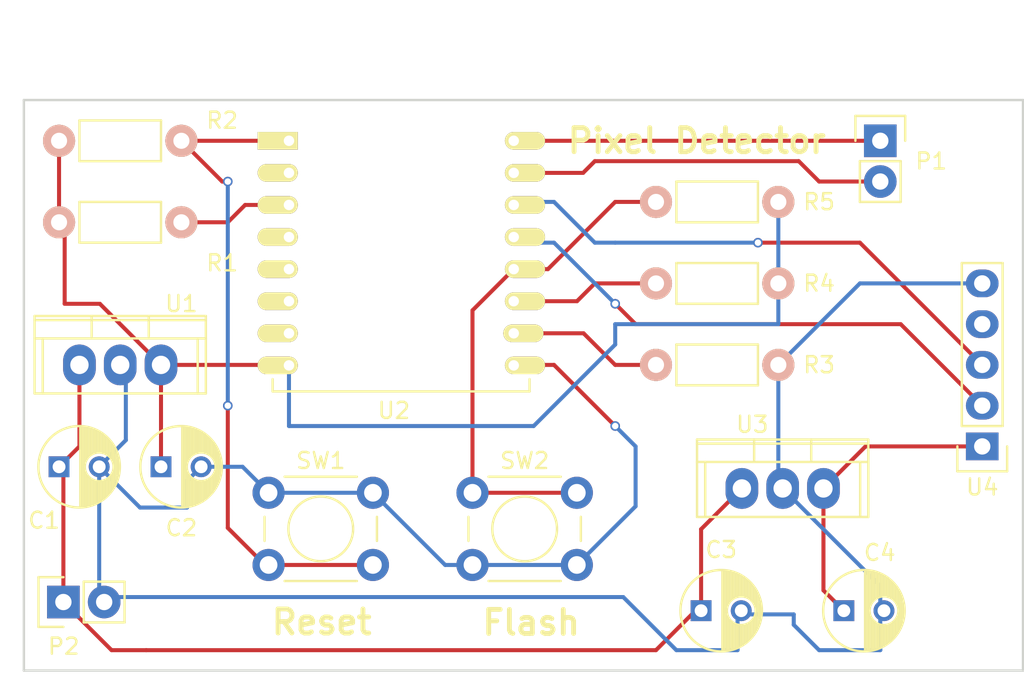
<source format=kicad_pcb>
(kicad_pcb (version 4) (host pcbnew 4.0.4-stable)

  (general
    (links 38)
    (no_connects 0)
    (area 105.065 83.734999 168.985001 126.875)
    (thickness 1.6)
    (drawings 7)
    (tracks 114)
    (zones 0)
    (modules 17)
    (nets 20)
  )

  (page A4)
  (layers
    (0 F.Cu signal)
    (31 B.Cu signal)
    (32 B.Adhes user)
    (33 F.Adhes user)
    (34 B.Paste user)
    (35 F.Paste user)
    (36 B.SilkS user)
    (37 F.SilkS user)
    (38 B.Mask user)
    (39 F.Mask user)
    (40 Dwgs.User user)
    (41 Cmts.User user)
    (42 Eco1.User user)
    (43 Eco2.User user)
    (44 Edge.Cuts user)
    (45 Margin user)
    (46 B.CrtYd user)
    (47 F.CrtYd user)
    (48 B.Fab user)
    (49 F.Fab user)
  )

  (setup
    (last_trace_width 0.25)
    (trace_clearance 0.2)
    (zone_clearance 0.508)
    (zone_45_only yes)
    (trace_min 0.2)
    (segment_width 0.2)
    (edge_width 0.15)
    (via_size 0.6)
    (via_drill 0.4)
    (via_min_size 0.4)
    (via_min_drill 0.3)
    (uvia_size 0.3)
    (uvia_drill 0.1)
    (uvias_allowed no)
    (uvia_min_size 0.2)
    (uvia_min_drill 0.1)
    (pcb_text_width 0.3)
    (pcb_text_size 1.5 1.5)
    (mod_edge_width 0.15)
    (mod_text_size 1 1)
    (mod_text_width 0.15)
    (pad_size 1.524 1.524)
    (pad_drill 0.762)
    (pad_to_mask_clearance 0.2)
    (aux_axis_origin 0 0)
    (visible_elements 7FFEFFFF)
    (pcbplotparams
      (layerselection 0x010f0_80000001)
      (usegerberextensions false)
      (excludeedgelayer true)
      (linewidth 0.100000)
      (plotframeref false)
      (viasonmask false)
      (mode 1)
      (useauxorigin false)
      (hpglpennumber 1)
      (hpglpenspeed 20)
      (hpglpendiameter 15)
      (hpglpenoverlay 2)
      (psnegative false)
      (psa4output false)
      (plotreference true)
      (plotvalue true)
      (plotinvisibletext false)
      (padsonsilk false)
      (subtractmaskfromsilk false)
      (outputformat 1)
      (mirror false)
      (drillshape 0)
      (scaleselection 1)
      (outputdirectory output/))
  )

  (net 0 "")
  (net 1 +BATT)
  (net 2 GND)
  (net 3 VCC)
  (net 4 "Net-(C4-Pad1)")
  (net 5 UART_TX)
  (net 6 UART_RX)
  (net 7 "Net-(R1-Pad2)")
  (net 8 "Net-(R2-Pad2)")
  (net 9 "Net-(R3-Pad1)")
  (net 10 "Net-(R4-Pad2)")
  (net 11 "Net-(R5-Pad2)")
  (net 12 "Net-(U2-Pad2)")
  (net 13 "Net-(U2-Pad4)")
  (net 14 "Net-(U2-Pad5)")
  (net 15 "Net-(U2-Pad6)")
  (net 16 "Net-(U2-Pad7)")
  (net 17 "Net-(U2-Pad19)")
  (net 18 "Net-(U2-Pad20)")
  (net 19 "Net-(U4-Pad4)")

  (net_class Default "This is the default net class."
    (clearance 0.2)
    (trace_width 0.25)
    (via_dia 0.6)
    (via_drill 0.4)
    (uvia_dia 0.3)
    (uvia_drill 0.1)
    (add_net +BATT)
    (add_net GND)
    (add_net "Net-(C4-Pad1)")
    (add_net "Net-(R1-Pad2)")
    (add_net "Net-(R2-Pad2)")
    (add_net "Net-(R3-Pad1)")
    (add_net "Net-(R4-Pad2)")
    (add_net "Net-(R5-Pad2)")
    (add_net "Net-(U2-Pad19)")
    (add_net "Net-(U2-Pad2)")
    (add_net "Net-(U2-Pad20)")
    (add_net "Net-(U2-Pad4)")
    (add_net "Net-(U2-Pad5)")
    (add_net "Net-(U2-Pad6)")
    (add_net "Net-(U2-Pad7)")
    (add_net "Net-(U4-Pad4)")
    (add_net UART_RX)
    (add_net UART_TX)
    (add_net VCC)
  )

  (module ESP8266:ESP-12E (layer F.Cu) (tedit 583E7A1A) (tstamp 583D84E3)
    (at 123.19 92.71)
    (descr "Module, ESP-8266, ESP-12, 16 pad, SMD")
    (tags "Module ESP-8266 ESP8266")
    (path /583C854E)
    (fp_text reference U2 (at 6.53542 16.8148) (layer F.SilkS)
      (effects (font (size 1 1) (thickness 0.15)))
    )
    (fp_text value ESP-12E (at 8 1) (layer F.Fab)
      (effects (font (size 1 1) (thickness 0.15)))
    )
    (fp_line (start -2.25 -0.5) (end -2.25 -8.75) (layer F.CrtYd) (width 0.05))
    (fp_line (start -2.25 -8.75) (end 15.25 -8.75) (layer F.CrtYd) (width 0.05))
    (fp_line (start 15.25 -8.75) (end 16.25 -8.75) (layer F.CrtYd) (width 0.05))
    (fp_line (start 16.25 -8.75) (end 16.25 16) (layer F.CrtYd) (width 0.05))
    (fp_line (start 16.25 16) (end -2.25 16) (layer F.CrtYd) (width 0.05))
    (fp_line (start -2.25 16) (end -2.25 -0.5) (layer F.CrtYd) (width 0.05))
    (fp_line (start -1.016 -8.382) (end 14.986 -8.382) (layer F.CrtYd) (width 0.1524))
    (fp_line (start 14.986 -8.382) (end 14.986 -0.889) (layer F.CrtYd) (width 0.1524))
    (fp_line (start -1.016 -8.382) (end -1.016 -1.016) (layer F.CrtYd) (width 0.1524))
    (fp_line (start -1.016 14.859) (end -1.016 15.621) (layer F.SilkS) (width 0.1524))
    (fp_line (start -1.016 15.621) (end 14.986 15.621) (layer F.SilkS) (width 0.1524))
    (fp_line (start 14.986 15.621) (end 14.986 14.859) (layer F.SilkS) (width 0.1524))
    (fp_line (start 14.992 -8.4) (end -1.008 -2.6) (layer F.CrtYd) (width 0.1524))
    (fp_line (start -1.008 -8.4) (end 14.992 -2.6) (layer F.CrtYd) (width 0.1524))
    (fp_text user "No Copper" (at 6.892 -5.4) (layer F.CrtYd)
      (effects (font (size 1 1) (thickness 0.15)))
    )
    (fp_line (start -1.008 -2.6) (end 14.992 -2.6) (layer F.CrtYd) (width 0.1524))
    (fp_line (start 15 -8.4) (end 15 15.6) (layer F.Fab) (width 0.05))
    (fp_line (start 14.992 15.6) (end -1.008 15.6) (layer F.Fab) (width 0.05))
    (fp_line (start -1.008 15.6) (end -1.008 -8.4) (layer F.Fab) (width 0.05))
    (fp_line (start -1.008 -8.4) (end 14.992 -8.4) (layer F.Fab) (width 0.05))
    (pad 1 thru_hole rect (at 0 0) (size 2.5 1.1) (drill 0.65 (offset -0.7 0)) (layers *.Cu *.Mask F.SilkS)
      (net 8 "Net-(R2-Pad2)"))
    (pad 2 thru_hole oval (at 0 2) (size 2.5 1.1) (drill 0.65 (offset -0.7 0)) (layers *.Cu *.Mask F.SilkS)
      (net 12 "Net-(U2-Pad2)"))
    (pad 3 thru_hole oval (at 0 4) (size 2.5 1.1) (drill 0.65 (offset -0.7 0)) (layers *.Cu *.Mask F.SilkS)
      (net 7 "Net-(R1-Pad2)"))
    (pad 4 thru_hole oval (at 0 6) (size 2.5 1.1) (drill 0.65 (offset -0.7 0)) (layers *.Cu *.Mask F.SilkS)
      (net 13 "Net-(U2-Pad4)"))
    (pad 5 thru_hole oval (at 0 8) (size 2.5 1.1) (drill 0.65 (offset -0.7 0)) (layers *.Cu *.Mask F.SilkS)
      (net 14 "Net-(U2-Pad5)"))
    (pad 6 thru_hole oval (at 0 10) (size 2.5 1.1) (drill 0.65 (offset -0.7 0)) (layers *.Cu *.Mask F.SilkS)
      (net 15 "Net-(U2-Pad6)"))
    (pad 7 thru_hole oval (at 0 12) (size 2.5 1.1) (drill 0.65 (offset -0.7 0)) (layers *.Cu *.Mask F.SilkS)
      (net 16 "Net-(U2-Pad7)"))
    (pad 8 thru_hole oval (at 0 14) (size 2.5 1.1) (drill 0.65 (offset -0.7 0)) (layers *.Cu *.Mask F.SilkS)
      (net 3 VCC))
    (pad 15 thru_hole oval (at 14 14) (size 2.5 1.1) (drill 0.65 (offset 0.7 0)) (layers *.Cu *.Mask F.SilkS)
      (net 2 GND))
    (pad 16 thru_hole oval (at 14 12) (size 2.5 1.1) (drill 0.65 (offset 0.6 0)) (layers *.Cu *.Mask F.SilkS)
      (net 9 "Net-(R3-Pad1)"))
    (pad 17 thru_hole oval (at 14 10) (size 2.5 1.1) (drill 0.65 (offset 0.7 0)) (layers *.Cu *.Mask F.SilkS)
      (net 10 "Net-(R4-Pad2)"))
    (pad 18 thru_hole oval (at 14 8) (size 2.5 1.1) (drill 0.65 (offset 0.7 0)) (layers *.Cu *.Mask F.SilkS)
      (net 11 "Net-(R5-Pad2)"))
    (pad 19 thru_hole oval (at 14 6) (size 2.5 1.1) (drill 0.65 (offset 0.7 0)) (layers *.Cu *.Mask F.SilkS)
      (net 17 "Net-(U2-Pad19)"))
    (pad 20 thru_hole oval (at 14 4) (size 2.5 1.1) (drill 0.65 (offset 0.7 0)) (layers *.Cu *.Mask F.SilkS)
      (net 18 "Net-(U2-Pad20)"))
    (pad 21 thru_hole oval (at 14 2) (size 2.5 1.1) (drill 0.65 (offset 0.7 0)) (layers *.Cu *.Mask F.SilkS)
      (net 6 UART_RX))
    (pad 22 thru_hole oval (at 14 0) (size 2.5 1.1) (drill 0.65 (offset 0.7 0)) (layers *.Cu *.Mask F.SilkS)
      (net 5 UART_TX))
    (model ${ESPLIB}/ESP8266.3dshapes/ESP-12.wrl
      (at (xyz 0.04 0 0))
      (scale (xyz 0.3937 0.3937 0.3937))
      (rotate (xyz 0 0 0))
    )
  )

  (module Capacitors_ThroughHole:C_Radial_D5_L6_P2.5 (layer F.Cu) (tedit 583E7A3E) (tstamp 583D8411)
    (at 157.75 122)
    (descr "Radial Electrolytic Capacitor Diameter 5mm x Length 6mm, Pitch 2.5mm")
    (tags "Electrolytic Capacitor")
    (path /583CCBED)
    (fp_text reference C4 (at 2.23444 -3.61822) (layer F.SilkS)
      (effects (font (size 1 1) (thickness 0.15)))
    )
    (fp_text value 0.1uF (at 1.25 3.8) (layer F.Fab)
      (effects (font (size 1 1) (thickness 0.15)))
    )
    (fp_line (start 1.325 -2.499) (end 1.325 2.499) (layer F.SilkS) (width 0.15))
    (fp_line (start 1.465 -2.491) (end 1.465 2.491) (layer F.SilkS) (width 0.15))
    (fp_line (start 1.605 -2.475) (end 1.605 -0.095) (layer F.SilkS) (width 0.15))
    (fp_line (start 1.605 0.095) (end 1.605 2.475) (layer F.SilkS) (width 0.15))
    (fp_line (start 1.745 -2.451) (end 1.745 -0.49) (layer F.SilkS) (width 0.15))
    (fp_line (start 1.745 0.49) (end 1.745 2.451) (layer F.SilkS) (width 0.15))
    (fp_line (start 1.885 -2.418) (end 1.885 -0.657) (layer F.SilkS) (width 0.15))
    (fp_line (start 1.885 0.657) (end 1.885 2.418) (layer F.SilkS) (width 0.15))
    (fp_line (start 2.025 -2.377) (end 2.025 -0.764) (layer F.SilkS) (width 0.15))
    (fp_line (start 2.025 0.764) (end 2.025 2.377) (layer F.SilkS) (width 0.15))
    (fp_line (start 2.165 -2.327) (end 2.165 -0.835) (layer F.SilkS) (width 0.15))
    (fp_line (start 2.165 0.835) (end 2.165 2.327) (layer F.SilkS) (width 0.15))
    (fp_line (start 2.305 -2.266) (end 2.305 -0.879) (layer F.SilkS) (width 0.15))
    (fp_line (start 2.305 0.879) (end 2.305 2.266) (layer F.SilkS) (width 0.15))
    (fp_line (start 2.445 -2.196) (end 2.445 -0.898) (layer F.SilkS) (width 0.15))
    (fp_line (start 2.445 0.898) (end 2.445 2.196) (layer F.SilkS) (width 0.15))
    (fp_line (start 2.585 -2.114) (end 2.585 -0.896) (layer F.SilkS) (width 0.15))
    (fp_line (start 2.585 0.896) (end 2.585 2.114) (layer F.SilkS) (width 0.15))
    (fp_line (start 2.725 -2.019) (end 2.725 -0.871) (layer F.SilkS) (width 0.15))
    (fp_line (start 2.725 0.871) (end 2.725 2.019) (layer F.SilkS) (width 0.15))
    (fp_line (start 2.865 -1.908) (end 2.865 -0.823) (layer F.SilkS) (width 0.15))
    (fp_line (start 2.865 0.823) (end 2.865 1.908) (layer F.SilkS) (width 0.15))
    (fp_line (start 3.005 -1.78) (end 3.005 -0.745) (layer F.SilkS) (width 0.15))
    (fp_line (start 3.005 0.745) (end 3.005 1.78) (layer F.SilkS) (width 0.15))
    (fp_line (start 3.145 -1.631) (end 3.145 -0.628) (layer F.SilkS) (width 0.15))
    (fp_line (start 3.145 0.628) (end 3.145 1.631) (layer F.SilkS) (width 0.15))
    (fp_line (start 3.285 -1.452) (end 3.285 -0.44) (layer F.SilkS) (width 0.15))
    (fp_line (start 3.285 0.44) (end 3.285 1.452) (layer F.SilkS) (width 0.15))
    (fp_line (start 3.425 -1.233) (end 3.425 1.233) (layer F.SilkS) (width 0.15))
    (fp_line (start 3.565 -0.944) (end 3.565 0.944) (layer F.SilkS) (width 0.15))
    (fp_line (start 3.705 -0.472) (end 3.705 0.472) (layer F.SilkS) (width 0.15))
    (fp_circle (center 2.5 0) (end 2.5 -0.9) (layer F.SilkS) (width 0.15))
    (fp_circle (center 1.25 0) (end 1.25 -2.5375) (layer F.SilkS) (width 0.15))
    (fp_circle (center 1.25 0) (end 1.25 -2.8) (layer F.CrtYd) (width 0.05))
    (pad 1 thru_hole rect (at 0 0) (size 1.3 1.3) (drill 0.8) (layers *.Cu *.Mask)
      (net 4 "Net-(C4-Pad1)"))
    (pad 2 thru_hole circle (at 2.5 0) (size 1.3 1.3) (drill 0.8) (layers *.Cu *.Mask)
      (net 2 GND))
    (model Capacitors_ThroughHole.3dshapes/C_Radial_D5_L6_P2.5.wrl
      (at (xyz 0.0492126 0 0))
      (scale (xyz 1 1 1))
      (rotate (xyz 0 0 90))
    )
  )

  (module Capacitors_ThroughHole:C_Radial_D5_L6_P2.5 (layer F.Cu) (tedit 583E7A25) (tstamp 583D8399)
    (at 108.87 113.03)
    (descr "Radial Electrolytic Capacitor Diameter 5mm x Length 6mm, Pitch 2.5mm")
    (tags "Electrolytic Capacitor")
    (path /583C9B9C)
    (fp_text reference C1 (at -0.93778 3.3401) (layer F.SilkS)
      (effects (font (size 1 1) (thickness 0.15)))
    )
    (fp_text value 0.1uF (at 1.25 3.8) (layer F.Fab)
      (effects (font (size 1 1) (thickness 0.15)))
    )
    (fp_line (start 1.325 -2.499) (end 1.325 2.499) (layer F.SilkS) (width 0.15))
    (fp_line (start 1.465 -2.491) (end 1.465 2.491) (layer F.SilkS) (width 0.15))
    (fp_line (start 1.605 -2.475) (end 1.605 -0.095) (layer F.SilkS) (width 0.15))
    (fp_line (start 1.605 0.095) (end 1.605 2.475) (layer F.SilkS) (width 0.15))
    (fp_line (start 1.745 -2.451) (end 1.745 -0.49) (layer F.SilkS) (width 0.15))
    (fp_line (start 1.745 0.49) (end 1.745 2.451) (layer F.SilkS) (width 0.15))
    (fp_line (start 1.885 -2.418) (end 1.885 -0.657) (layer F.SilkS) (width 0.15))
    (fp_line (start 1.885 0.657) (end 1.885 2.418) (layer F.SilkS) (width 0.15))
    (fp_line (start 2.025 -2.377) (end 2.025 -0.764) (layer F.SilkS) (width 0.15))
    (fp_line (start 2.025 0.764) (end 2.025 2.377) (layer F.SilkS) (width 0.15))
    (fp_line (start 2.165 -2.327) (end 2.165 -0.835) (layer F.SilkS) (width 0.15))
    (fp_line (start 2.165 0.835) (end 2.165 2.327) (layer F.SilkS) (width 0.15))
    (fp_line (start 2.305 -2.266) (end 2.305 -0.879) (layer F.SilkS) (width 0.15))
    (fp_line (start 2.305 0.879) (end 2.305 2.266) (layer F.SilkS) (width 0.15))
    (fp_line (start 2.445 -2.196) (end 2.445 -0.898) (layer F.SilkS) (width 0.15))
    (fp_line (start 2.445 0.898) (end 2.445 2.196) (layer F.SilkS) (width 0.15))
    (fp_line (start 2.585 -2.114) (end 2.585 -0.896) (layer F.SilkS) (width 0.15))
    (fp_line (start 2.585 0.896) (end 2.585 2.114) (layer F.SilkS) (width 0.15))
    (fp_line (start 2.725 -2.019) (end 2.725 -0.871) (layer F.SilkS) (width 0.15))
    (fp_line (start 2.725 0.871) (end 2.725 2.019) (layer F.SilkS) (width 0.15))
    (fp_line (start 2.865 -1.908) (end 2.865 -0.823) (layer F.SilkS) (width 0.15))
    (fp_line (start 2.865 0.823) (end 2.865 1.908) (layer F.SilkS) (width 0.15))
    (fp_line (start 3.005 -1.78) (end 3.005 -0.745) (layer F.SilkS) (width 0.15))
    (fp_line (start 3.005 0.745) (end 3.005 1.78) (layer F.SilkS) (width 0.15))
    (fp_line (start 3.145 -1.631) (end 3.145 -0.628) (layer F.SilkS) (width 0.15))
    (fp_line (start 3.145 0.628) (end 3.145 1.631) (layer F.SilkS) (width 0.15))
    (fp_line (start 3.285 -1.452) (end 3.285 -0.44) (layer F.SilkS) (width 0.15))
    (fp_line (start 3.285 0.44) (end 3.285 1.452) (layer F.SilkS) (width 0.15))
    (fp_line (start 3.425 -1.233) (end 3.425 1.233) (layer F.SilkS) (width 0.15))
    (fp_line (start 3.565 -0.944) (end 3.565 0.944) (layer F.SilkS) (width 0.15))
    (fp_line (start 3.705 -0.472) (end 3.705 0.472) (layer F.SilkS) (width 0.15))
    (fp_circle (center 2.5 0) (end 2.5 -0.9) (layer F.SilkS) (width 0.15))
    (fp_circle (center 1.25 0) (end 1.25 -2.5375) (layer F.SilkS) (width 0.15))
    (fp_circle (center 1.25 0) (end 1.25 -2.8) (layer F.CrtYd) (width 0.05))
    (pad 1 thru_hole rect (at 0 0) (size 1.3 1.3) (drill 0.8) (layers *.Cu *.Mask)
      (net 1 +BATT))
    (pad 2 thru_hole circle (at 2.5 0) (size 1.3 1.3) (drill 0.8) (layers *.Cu *.Mask)
      (net 2 GND))
    (model Capacitors_ThroughHole.3dshapes/C_Radial_D5_L6_P2.5.wrl
      (at (xyz 0.0492126 0 0))
      (scale (xyz 1 1 1))
      (rotate (xyz 0 0 90))
    )
  )

  (module Capacitors_ThroughHole:C_Radial_D5_L6_P2.5 (layer F.Cu) (tedit 583DB5AD) (tstamp 583D83C1)
    (at 115.22 113.03)
    (descr "Radial Electrolytic Capacitor Diameter 5mm x Length 6mm, Pitch 2.5mm")
    (tags "Electrolytic Capacitor")
    (path /583D7748)
    (fp_text reference C2 (at 1.27 3.81) (layer F.SilkS)
      (effects (font (size 1 1) (thickness 0.15)))
    )
    (fp_text value 2.2uF (at 1.25 3.8) (layer F.Fab)
      (effects (font (size 1 1) (thickness 0.15)))
    )
    (fp_line (start 1.325 -2.499) (end 1.325 2.499) (layer F.SilkS) (width 0.15))
    (fp_line (start 1.465 -2.491) (end 1.465 2.491) (layer F.SilkS) (width 0.15))
    (fp_line (start 1.605 -2.475) (end 1.605 -0.095) (layer F.SilkS) (width 0.15))
    (fp_line (start 1.605 0.095) (end 1.605 2.475) (layer F.SilkS) (width 0.15))
    (fp_line (start 1.745 -2.451) (end 1.745 -0.49) (layer F.SilkS) (width 0.15))
    (fp_line (start 1.745 0.49) (end 1.745 2.451) (layer F.SilkS) (width 0.15))
    (fp_line (start 1.885 -2.418) (end 1.885 -0.657) (layer F.SilkS) (width 0.15))
    (fp_line (start 1.885 0.657) (end 1.885 2.418) (layer F.SilkS) (width 0.15))
    (fp_line (start 2.025 -2.377) (end 2.025 -0.764) (layer F.SilkS) (width 0.15))
    (fp_line (start 2.025 0.764) (end 2.025 2.377) (layer F.SilkS) (width 0.15))
    (fp_line (start 2.165 -2.327) (end 2.165 -0.835) (layer F.SilkS) (width 0.15))
    (fp_line (start 2.165 0.835) (end 2.165 2.327) (layer F.SilkS) (width 0.15))
    (fp_line (start 2.305 -2.266) (end 2.305 -0.879) (layer F.SilkS) (width 0.15))
    (fp_line (start 2.305 0.879) (end 2.305 2.266) (layer F.SilkS) (width 0.15))
    (fp_line (start 2.445 -2.196) (end 2.445 -0.898) (layer F.SilkS) (width 0.15))
    (fp_line (start 2.445 0.898) (end 2.445 2.196) (layer F.SilkS) (width 0.15))
    (fp_line (start 2.585 -2.114) (end 2.585 -0.896) (layer F.SilkS) (width 0.15))
    (fp_line (start 2.585 0.896) (end 2.585 2.114) (layer F.SilkS) (width 0.15))
    (fp_line (start 2.725 -2.019) (end 2.725 -0.871) (layer F.SilkS) (width 0.15))
    (fp_line (start 2.725 0.871) (end 2.725 2.019) (layer F.SilkS) (width 0.15))
    (fp_line (start 2.865 -1.908) (end 2.865 -0.823) (layer F.SilkS) (width 0.15))
    (fp_line (start 2.865 0.823) (end 2.865 1.908) (layer F.SilkS) (width 0.15))
    (fp_line (start 3.005 -1.78) (end 3.005 -0.745) (layer F.SilkS) (width 0.15))
    (fp_line (start 3.005 0.745) (end 3.005 1.78) (layer F.SilkS) (width 0.15))
    (fp_line (start 3.145 -1.631) (end 3.145 -0.628) (layer F.SilkS) (width 0.15))
    (fp_line (start 3.145 0.628) (end 3.145 1.631) (layer F.SilkS) (width 0.15))
    (fp_line (start 3.285 -1.452) (end 3.285 -0.44) (layer F.SilkS) (width 0.15))
    (fp_line (start 3.285 0.44) (end 3.285 1.452) (layer F.SilkS) (width 0.15))
    (fp_line (start 3.425 -1.233) (end 3.425 1.233) (layer F.SilkS) (width 0.15))
    (fp_line (start 3.565 -0.944) (end 3.565 0.944) (layer F.SilkS) (width 0.15))
    (fp_line (start 3.705 -0.472) (end 3.705 0.472) (layer F.SilkS) (width 0.15))
    (fp_circle (center 2.5 0) (end 2.5 -0.9) (layer F.SilkS) (width 0.15))
    (fp_circle (center 1.25 0) (end 1.25 -2.5375) (layer F.SilkS) (width 0.15))
    (fp_circle (center 1.25 0) (end 1.25 -2.8) (layer F.CrtYd) (width 0.05))
    (pad 1 thru_hole rect (at 0 0) (size 1.3 1.3) (drill 0.8) (layers *.Cu *.Mask)
      (net 3 VCC))
    (pad 2 thru_hole circle (at 2.5 0) (size 1.3 1.3) (drill 0.8) (layers *.Cu *.Mask)
      (net 2 GND))
    (model Capacitors_ThroughHole.3dshapes/C_Radial_D5_L6_P2.5.wrl
      (at (xyz 0.0492126 0 0))
      (scale (xyz 1 1 1))
      (rotate (xyz 0 0 90))
    )
  )

  (module Capacitors_ThroughHole:C_Radial_D5_L6_P2.5 (layer F.Cu) (tedit 0) (tstamp 583D83E9)
    (at 148.86 122)
    (descr "Radial Electrolytic Capacitor Diameter 5mm x Length 6mm, Pitch 2.5mm")
    (tags "Electrolytic Capacitor")
    (path /583CCA27)
    (fp_text reference C3 (at 1.25 -3.8) (layer F.SilkS)
      (effects (font (size 1 1) (thickness 0.15)))
    )
    (fp_text value 0.33uF (at 1.25 3.8) (layer F.Fab)
      (effects (font (size 1 1) (thickness 0.15)))
    )
    (fp_line (start 1.325 -2.499) (end 1.325 2.499) (layer F.SilkS) (width 0.15))
    (fp_line (start 1.465 -2.491) (end 1.465 2.491) (layer F.SilkS) (width 0.15))
    (fp_line (start 1.605 -2.475) (end 1.605 -0.095) (layer F.SilkS) (width 0.15))
    (fp_line (start 1.605 0.095) (end 1.605 2.475) (layer F.SilkS) (width 0.15))
    (fp_line (start 1.745 -2.451) (end 1.745 -0.49) (layer F.SilkS) (width 0.15))
    (fp_line (start 1.745 0.49) (end 1.745 2.451) (layer F.SilkS) (width 0.15))
    (fp_line (start 1.885 -2.418) (end 1.885 -0.657) (layer F.SilkS) (width 0.15))
    (fp_line (start 1.885 0.657) (end 1.885 2.418) (layer F.SilkS) (width 0.15))
    (fp_line (start 2.025 -2.377) (end 2.025 -0.764) (layer F.SilkS) (width 0.15))
    (fp_line (start 2.025 0.764) (end 2.025 2.377) (layer F.SilkS) (width 0.15))
    (fp_line (start 2.165 -2.327) (end 2.165 -0.835) (layer F.SilkS) (width 0.15))
    (fp_line (start 2.165 0.835) (end 2.165 2.327) (layer F.SilkS) (width 0.15))
    (fp_line (start 2.305 -2.266) (end 2.305 -0.879) (layer F.SilkS) (width 0.15))
    (fp_line (start 2.305 0.879) (end 2.305 2.266) (layer F.SilkS) (width 0.15))
    (fp_line (start 2.445 -2.196) (end 2.445 -0.898) (layer F.SilkS) (width 0.15))
    (fp_line (start 2.445 0.898) (end 2.445 2.196) (layer F.SilkS) (width 0.15))
    (fp_line (start 2.585 -2.114) (end 2.585 -0.896) (layer F.SilkS) (width 0.15))
    (fp_line (start 2.585 0.896) (end 2.585 2.114) (layer F.SilkS) (width 0.15))
    (fp_line (start 2.725 -2.019) (end 2.725 -0.871) (layer F.SilkS) (width 0.15))
    (fp_line (start 2.725 0.871) (end 2.725 2.019) (layer F.SilkS) (width 0.15))
    (fp_line (start 2.865 -1.908) (end 2.865 -0.823) (layer F.SilkS) (width 0.15))
    (fp_line (start 2.865 0.823) (end 2.865 1.908) (layer F.SilkS) (width 0.15))
    (fp_line (start 3.005 -1.78) (end 3.005 -0.745) (layer F.SilkS) (width 0.15))
    (fp_line (start 3.005 0.745) (end 3.005 1.78) (layer F.SilkS) (width 0.15))
    (fp_line (start 3.145 -1.631) (end 3.145 -0.628) (layer F.SilkS) (width 0.15))
    (fp_line (start 3.145 0.628) (end 3.145 1.631) (layer F.SilkS) (width 0.15))
    (fp_line (start 3.285 -1.452) (end 3.285 -0.44) (layer F.SilkS) (width 0.15))
    (fp_line (start 3.285 0.44) (end 3.285 1.452) (layer F.SilkS) (width 0.15))
    (fp_line (start 3.425 -1.233) (end 3.425 1.233) (layer F.SilkS) (width 0.15))
    (fp_line (start 3.565 -0.944) (end 3.565 0.944) (layer F.SilkS) (width 0.15))
    (fp_line (start 3.705 -0.472) (end 3.705 0.472) (layer F.SilkS) (width 0.15))
    (fp_circle (center 2.5 0) (end 2.5 -0.9) (layer F.SilkS) (width 0.15))
    (fp_circle (center 1.25 0) (end 1.25 -2.5375) (layer F.SilkS) (width 0.15))
    (fp_circle (center 1.25 0) (end 1.25 -2.8) (layer F.CrtYd) (width 0.05))
    (pad 1 thru_hole rect (at 0 0) (size 1.3 1.3) (drill 0.8) (layers *.Cu *.Mask)
      (net 1 +BATT))
    (pad 2 thru_hole circle (at 2.5 0) (size 1.3 1.3) (drill 0.8) (layers *.Cu *.Mask)
      (net 2 GND))
    (model Capacitors_ThroughHole.3dshapes/C_Radial_D5_L6_P2.5.wrl
      (at (xyz 0.0492126 0 0))
      (scale (xyz 1 1 1))
      (rotate (xyz 0 0 90))
    )
  )

  (module Pin_Headers:Pin_Header_Straight_1x02 (layer F.Cu) (tedit 583DB5BD) (tstamp 583D8422)
    (at 160.02 92.71)
    (descr "Through hole pin header")
    (tags "pin header")
    (path /583DD443)
    (fp_text reference P1 (at 3.175 1.27) (layer F.SilkS)
      (effects (font (size 1 1) (thickness 0.15)))
    )
    (fp_text value CONN_01X02 (at 0 -3.1) (layer F.Fab)
      (effects (font (size 1 1) (thickness 0.15)))
    )
    (fp_line (start 1.27 1.27) (end 1.27 3.81) (layer F.SilkS) (width 0.15))
    (fp_line (start 1.55 -1.55) (end 1.55 0) (layer F.SilkS) (width 0.15))
    (fp_line (start -1.75 -1.75) (end -1.75 4.3) (layer F.CrtYd) (width 0.05))
    (fp_line (start 1.75 -1.75) (end 1.75 4.3) (layer F.CrtYd) (width 0.05))
    (fp_line (start -1.75 -1.75) (end 1.75 -1.75) (layer F.CrtYd) (width 0.05))
    (fp_line (start -1.75 4.3) (end 1.75 4.3) (layer F.CrtYd) (width 0.05))
    (fp_line (start 1.27 1.27) (end -1.27 1.27) (layer F.SilkS) (width 0.15))
    (fp_line (start -1.55 0) (end -1.55 -1.55) (layer F.SilkS) (width 0.15))
    (fp_line (start -1.55 -1.55) (end 1.55 -1.55) (layer F.SilkS) (width 0.15))
    (fp_line (start -1.27 1.27) (end -1.27 3.81) (layer F.SilkS) (width 0.15))
    (fp_line (start -1.27 3.81) (end 1.27 3.81) (layer F.SilkS) (width 0.15))
    (pad 1 thru_hole rect (at 0 0) (size 2.032 2.032) (drill 1.016) (layers *.Cu *.Mask)
      (net 5 UART_TX))
    (pad 2 thru_hole oval (at 0 2.54) (size 2.032 2.032) (drill 1.016) (layers *.Cu *.Mask)
      (net 6 UART_RX))
    (model Pin_Headers.3dshapes/Pin_Header_Straight_1x02.wrl
      (at (xyz 0 -0.05 0))
      (scale (xyz 1 1 1))
      (rotate (xyz 0 0 90))
    )
  )

  (module Resistors_ThroughHole:Resistor_Horizontal_RM7mm (layer F.Cu) (tedit 583DB82D) (tstamp 583D8430)
    (at 108.87 97.79)
    (descr "Resistor, Axial,  RM 7.62mm, 1/3W,")
    (tags "Resistor Axial RM 7.62mm 1/3W R3")
    (path /583CA016)
    (fp_text reference R1 (at 10.16 2.54) (layer F.SilkS)
      (effects (font (size 1 1) (thickness 0.15)))
    )
    (fp_text value 0 (at 3.81 3.81) (layer F.Fab)
      (effects (font (size 1 1) (thickness 0.15)))
    )
    (fp_line (start -1.25 -1.5) (end 8.85 -1.5) (layer F.CrtYd) (width 0.05))
    (fp_line (start -1.25 1.5) (end -1.25 -1.5) (layer F.CrtYd) (width 0.05))
    (fp_line (start 8.85 -1.5) (end 8.85 1.5) (layer F.CrtYd) (width 0.05))
    (fp_line (start -1.25 1.5) (end 8.85 1.5) (layer F.CrtYd) (width 0.05))
    (fp_line (start 1.27 -1.27) (end 6.35 -1.27) (layer F.SilkS) (width 0.15))
    (fp_line (start 6.35 -1.27) (end 6.35 1.27) (layer F.SilkS) (width 0.15))
    (fp_line (start 6.35 1.27) (end 1.27 1.27) (layer F.SilkS) (width 0.15))
    (fp_line (start 1.27 1.27) (end 1.27 -1.27) (layer F.SilkS) (width 0.15))
    (pad 1 thru_hole circle (at 0 0) (size 1.99898 1.99898) (drill 1.00076) (layers *.Cu *.SilkS *.Mask)
      (net 3 VCC))
    (pad 2 thru_hole circle (at 7.62 0) (size 1.99898 1.99898) (drill 1.00076) (layers *.Cu *.SilkS *.Mask)
      (net 7 "Net-(R1-Pad2)"))
  )

  (module Resistors_ThroughHole:Resistor_Horizontal_RM7mm (layer F.Cu) (tedit 583DB56C) (tstamp 583D843E)
    (at 108.87 92.71)
    (descr "Resistor, Axial,  RM 7.62mm, 1/3W,")
    (tags "Resistor Axial RM 7.62mm 1/3W R3")
    (path /583CA72B)
    (fp_text reference R2 (at 10.16 -1.27) (layer F.SilkS)
      (effects (font (size 1 1) (thickness 0.15)))
    )
    (fp_text value 10K (at 3.81 3.81) (layer F.Fab)
      (effects (font (size 1 1) (thickness 0.15)))
    )
    (fp_line (start -1.25 -1.5) (end 8.85 -1.5) (layer F.CrtYd) (width 0.05))
    (fp_line (start -1.25 1.5) (end -1.25 -1.5) (layer F.CrtYd) (width 0.05))
    (fp_line (start 8.85 -1.5) (end 8.85 1.5) (layer F.CrtYd) (width 0.05))
    (fp_line (start -1.25 1.5) (end 8.85 1.5) (layer F.CrtYd) (width 0.05))
    (fp_line (start 1.27 -1.27) (end 6.35 -1.27) (layer F.SilkS) (width 0.15))
    (fp_line (start 6.35 -1.27) (end 6.35 1.27) (layer F.SilkS) (width 0.15))
    (fp_line (start 6.35 1.27) (end 1.27 1.27) (layer F.SilkS) (width 0.15))
    (fp_line (start 1.27 1.27) (end 1.27 -1.27) (layer F.SilkS) (width 0.15))
    (pad 1 thru_hole circle (at 0 0) (size 1.99898 1.99898) (drill 1.00076) (layers *.Cu *.SilkS *.Mask)
      (net 3 VCC))
    (pad 2 thru_hole circle (at 7.62 0) (size 1.99898 1.99898) (drill 1.00076) (layers *.Cu *.SilkS *.Mask)
      (net 8 "Net-(R2-Pad2)"))
  )

  (module Resistors_ThroughHole:Resistor_Horizontal_RM7mm (layer F.Cu) (tedit 584EE51B) (tstamp 583D844C)
    (at 146.05 106.68)
    (descr "Resistor, Axial,  RM 7.62mm, 1/3W,")
    (tags "Resistor Axial RM 7.62mm 1/3W R3")
    (path /583CB31D)
    (fp_text reference R3 (at 10.16 0) (layer F.SilkS)
      (effects (font (size 1 1) (thickness 0.15)))
    )
    (fp_text value 0 (at 3.81 3.81) (layer F.Fab)
      (effects (font (size 1 1) (thickness 0.15)))
    )
    (fp_line (start -1.25 -1.5) (end 8.85 -1.5) (layer F.CrtYd) (width 0.05))
    (fp_line (start -1.25 1.5) (end -1.25 -1.5) (layer F.CrtYd) (width 0.05))
    (fp_line (start 8.85 -1.5) (end 8.85 1.5) (layer F.CrtYd) (width 0.05))
    (fp_line (start -1.25 1.5) (end 8.85 1.5) (layer F.CrtYd) (width 0.05))
    (fp_line (start 1.27 -1.27) (end 6.35 -1.27) (layer F.SilkS) (width 0.15))
    (fp_line (start 6.35 -1.27) (end 6.35 1.27) (layer F.SilkS) (width 0.15))
    (fp_line (start 6.35 1.27) (end 1.27 1.27) (layer F.SilkS) (width 0.15))
    (fp_line (start 1.27 1.27) (end 1.27 -1.27) (layer F.SilkS) (width 0.15))
    (pad 1 thru_hole circle (at 0 0) (size 1.99898 1.99898) (drill 1.00076) (layers *.Cu *.SilkS *.Mask)
      (net 9 "Net-(R3-Pad1)"))
    (pad 2 thru_hole circle (at 7.62 0) (size 1.99898 1.99898) (drill 1.00076) (layers *.Cu *.SilkS *.Mask)
      (net 2 GND))
  )

  (module Resistors_ThroughHole:Resistor_Horizontal_RM7mm (layer F.Cu) (tedit 584EE51D) (tstamp 583D845A)
    (at 153.67 101.6 180)
    (descr "Resistor, Axial,  RM 7.62mm, 1/3W,")
    (tags "Resistor Axial RM 7.62mm 1/3W R3")
    (path /583CB76F)
    (fp_text reference R4 (at -2.54 0 180) (layer F.SilkS)
      (effects (font (size 1 1) (thickness 0.15)))
    )
    (fp_text value 0 (at 3.81 3.81 180) (layer F.Fab)
      (effects (font (size 1 1) (thickness 0.15)))
    )
    (fp_line (start -1.25 -1.5) (end 8.85 -1.5) (layer F.CrtYd) (width 0.05))
    (fp_line (start -1.25 1.5) (end -1.25 -1.5) (layer F.CrtYd) (width 0.05))
    (fp_line (start 8.85 -1.5) (end 8.85 1.5) (layer F.CrtYd) (width 0.05))
    (fp_line (start -1.25 1.5) (end 8.85 1.5) (layer F.CrtYd) (width 0.05))
    (fp_line (start 1.27 -1.27) (end 6.35 -1.27) (layer F.SilkS) (width 0.15))
    (fp_line (start 6.35 -1.27) (end 6.35 1.27) (layer F.SilkS) (width 0.15))
    (fp_line (start 6.35 1.27) (end 1.27 1.27) (layer F.SilkS) (width 0.15))
    (fp_line (start 1.27 1.27) (end 1.27 -1.27) (layer F.SilkS) (width 0.15))
    (pad 1 thru_hole circle (at 0 0 180) (size 1.99898 1.99898) (drill 1.00076) (layers *.Cu *.SilkS *.Mask)
      (net 3 VCC))
    (pad 2 thru_hole circle (at 7.62 0 180) (size 1.99898 1.99898) (drill 1.00076) (layers *.Cu *.SilkS *.Mask)
      (net 10 "Net-(R4-Pad2)"))
  )

  (module Resistors_ThroughHole:Resistor_Horizontal_RM7mm (layer F.Cu) (tedit 583DB5CF) (tstamp 583D8468)
    (at 153.67 96.52 180)
    (descr "Resistor, Axial,  RM 7.62mm, 1/3W,")
    (tags "Resistor Axial RM 7.62mm 1/3W R3")
    (path /583CC04E)
    (fp_text reference R5 (at -2.54 0 180) (layer F.SilkS)
      (effects (font (size 1 1) (thickness 0.15)))
    )
    (fp_text value 10K (at 3.81 3.81 180) (layer F.Fab)
      (effects (font (size 1 1) (thickness 0.15)))
    )
    (fp_line (start -1.25 -1.5) (end 8.85 -1.5) (layer F.CrtYd) (width 0.05))
    (fp_line (start -1.25 1.5) (end -1.25 -1.5) (layer F.CrtYd) (width 0.05))
    (fp_line (start 8.85 -1.5) (end 8.85 1.5) (layer F.CrtYd) (width 0.05))
    (fp_line (start -1.25 1.5) (end 8.85 1.5) (layer F.CrtYd) (width 0.05))
    (fp_line (start 1.27 -1.27) (end 6.35 -1.27) (layer F.SilkS) (width 0.15))
    (fp_line (start 6.35 -1.27) (end 6.35 1.27) (layer F.SilkS) (width 0.15))
    (fp_line (start 6.35 1.27) (end 1.27 1.27) (layer F.SilkS) (width 0.15))
    (fp_line (start 1.27 1.27) (end 1.27 -1.27) (layer F.SilkS) (width 0.15))
    (pad 1 thru_hole circle (at 0 0 180) (size 1.99898 1.99898) (drill 1.00076) (layers *.Cu *.SilkS *.Mask)
      (net 3 VCC))
    (pad 2 thru_hole circle (at 7.62 0 180) (size 1.99898 1.99898) (drill 1.00076) (layers *.Cu *.SilkS *.Mask)
      (net 11 "Net-(R5-Pad2)"))
  )

  (module Buttons_Switches_ThroughHole:SW_PUSH_6mm (layer F.Cu) (tedit 57BABF74) (tstamp 583D8486)
    (at 121.92 114.65)
    (descr https://www.omron.com/ecb/products/pdf/en-b3f.pdf)
    (tags "tact sw push 6mm")
    (path /583CA7BC)
    (fp_text reference SW1 (at 3.25 -2) (layer F.SilkS)
      (effects (font (size 1 1) (thickness 0.15)))
    )
    (fp_text value SW_PUSH (at 3.75 6.7) (layer F.Fab)
      (effects (font (size 1 1) (thickness 0.15)))
    )
    (fp_line (start 3.25 -0.75) (end 6.25 -0.75) (layer F.Fab) (width 0.15))
    (fp_line (start 6.25 -0.75) (end 6.25 5.25) (layer F.Fab) (width 0.15))
    (fp_line (start 6.25 5.25) (end 0.25 5.25) (layer F.Fab) (width 0.15))
    (fp_line (start 0.25 5.25) (end 0.25 -0.75) (layer F.Fab) (width 0.15))
    (fp_line (start 0.25 -0.75) (end 3.25 -0.75) (layer F.Fab) (width 0.15))
    (fp_line (start 7.75 6) (end 8 6) (layer F.CrtYd) (width 0.05))
    (fp_line (start 8 6) (end 8 5.75) (layer F.CrtYd) (width 0.05))
    (fp_line (start 7.75 -1.5) (end 8 -1.5) (layer F.CrtYd) (width 0.05))
    (fp_line (start 8 -1.5) (end 8 -1.25) (layer F.CrtYd) (width 0.05))
    (fp_line (start -1.5 -1.25) (end -1.5 -1.5) (layer F.CrtYd) (width 0.05))
    (fp_line (start -1.5 -1.5) (end -1.25 -1.5) (layer F.CrtYd) (width 0.05))
    (fp_line (start -1.5 5.75) (end -1.5 6) (layer F.CrtYd) (width 0.05))
    (fp_line (start -1.5 6) (end -1.25 6) (layer F.CrtYd) (width 0.05))
    (fp_circle (center 3.25 2.25) (end 1.25 2.5) (layer F.SilkS) (width 0.15))
    (fp_line (start -1.25 -1.5) (end 7.75 -1.5) (layer F.CrtYd) (width 0.05))
    (fp_line (start -1.5 5.75) (end -1.5 -1.25) (layer F.CrtYd) (width 0.05))
    (fp_line (start 7.75 6) (end -1.25 6) (layer F.CrtYd) (width 0.05))
    (fp_line (start 8 -1.25) (end 8 5.75) (layer F.CrtYd) (width 0.05))
    (fp_line (start 1 5.5) (end 5.5 5.5) (layer F.SilkS) (width 0.15))
    (fp_line (start -0.25 1.5) (end -0.25 3) (layer F.SilkS) (width 0.15))
    (fp_line (start 5.5 -1) (end 1 -1) (layer F.SilkS) (width 0.15))
    (fp_line (start 6.75 3) (end 6.75 1.5) (layer F.SilkS) (width 0.15))
    (pad 2 thru_hole circle (at 0 4.5 90) (size 2 2) (drill 1.1) (layers *.Cu *.Mask)
      (net 8 "Net-(R2-Pad2)"))
    (pad 1 thru_hole circle (at 0 0 90) (size 2 2) (drill 1.1) (layers *.Cu *.Mask)
      (net 2 GND))
    (pad 2 thru_hole circle (at 6.5 4.5 90) (size 2 2) (drill 1.1) (layers *.Cu *.Mask)
      (net 8 "Net-(R2-Pad2)"))
    (pad 1 thru_hole circle (at 6.5 0 90) (size 2 2) (drill 1.1) (layers *.Cu *.Mask)
      (net 2 GND))
  )

  (module Buttons_Switches_ThroughHole:SW_PUSH_6mm (layer F.Cu) (tedit 57BABF74) (tstamp 583D84A4)
    (at 134.62 114.65)
    (descr https://www.omron.com/ecb/products/pdf/en-b3f.pdf)
    (tags "tact sw push 6mm")
    (path /583CC054)
    (fp_text reference SW2 (at 3.25 -2) (layer F.SilkS)
      (effects (font (size 1 1) (thickness 0.15)))
    )
    (fp_text value SW_PUSH (at 3.75 6.7) (layer F.Fab)
      (effects (font (size 1 1) (thickness 0.15)))
    )
    (fp_line (start 3.25 -0.75) (end 6.25 -0.75) (layer F.Fab) (width 0.15))
    (fp_line (start 6.25 -0.75) (end 6.25 5.25) (layer F.Fab) (width 0.15))
    (fp_line (start 6.25 5.25) (end 0.25 5.25) (layer F.Fab) (width 0.15))
    (fp_line (start 0.25 5.25) (end 0.25 -0.75) (layer F.Fab) (width 0.15))
    (fp_line (start 0.25 -0.75) (end 3.25 -0.75) (layer F.Fab) (width 0.15))
    (fp_line (start 7.75 6) (end 8 6) (layer F.CrtYd) (width 0.05))
    (fp_line (start 8 6) (end 8 5.75) (layer F.CrtYd) (width 0.05))
    (fp_line (start 7.75 -1.5) (end 8 -1.5) (layer F.CrtYd) (width 0.05))
    (fp_line (start 8 -1.5) (end 8 -1.25) (layer F.CrtYd) (width 0.05))
    (fp_line (start -1.5 -1.25) (end -1.5 -1.5) (layer F.CrtYd) (width 0.05))
    (fp_line (start -1.5 -1.5) (end -1.25 -1.5) (layer F.CrtYd) (width 0.05))
    (fp_line (start -1.5 5.75) (end -1.5 6) (layer F.CrtYd) (width 0.05))
    (fp_line (start -1.5 6) (end -1.25 6) (layer F.CrtYd) (width 0.05))
    (fp_circle (center 3.25 2.25) (end 1.25 2.5) (layer F.SilkS) (width 0.15))
    (fp_line (start -1.25 -1.5) (end 7.75 -1.5) (layer F.CrtYd) (width 0.05))
    (fp_line (start -1.5 5.75) (end -1.5 -1.25) (layer F.CrtYd) (width 0.05))
    (fp_line (start 7.75 6) (end -1.25 6) (layer F.CrtYd) (width 0.05))
    (fp_line (start 8 -1.25) (end 8 5.75) (layer F.CrtYd) (width 0.05))
    (fp_line (start 1 5.5) (end 5.5 5.5) (layer F.SilkS) (width 0.15))
    (fp_line (start -0.25 1.5) (end -0.25 3) (layer F.SilkS) (width 0.15))
    (fp_line (start 5.5 -1) (end 1 -1) (layer F.SilkS) (width 0.15))
    (fp_line (start 6.75 3) (end 6.75 1.5) (layer F.SilkS) (width 0.15))
    (pad 2 thru_hole circle (at 0 4.5 90) (size 2 2) (drill 1.1) (layers *.Cu *.Mask)
      (net 2 GND))
    (pad 1 thru_hole circle (at 0 0 90) (size 2 2) (drill 1.1) (layers *.Cu *.Mask)
      (net 11 "Net-(R5-Pad2)"))
    (pad 2 thru_hole circle (at 6.5 4.5 90) (size 2 2) (drill 1.1) (layers *.Cu *.Mask)
      (net 2 GND))
    (pad 1 thru_hole circle (at 6.5 0 90) (size 2 2) (drill 1.1) (layers *.Cu *.Mask)
      (net 11 "Net-(R5-Pad2)"))
  )

  (module TO-220 (layer F.Cu) (tedit 583DB5A6) (tstamp 583D84B5)
    (at 112.68 106.68)
    (descr "Non Isolated JEDEC TO-220 Package")
    (tags "Power Integration YN Package")
    (path /583DB73A)
    (fp_text reference U1 (at 3.81 -3.81) (layer F.SilkS)
      (effects (font (size 1 1) (thickness 0.15)))
    )
    (fp_text value LF33ABV (at 0 -4.318) (layer F.Fab)
      (effects (font (size 1 1) (thickness 0.15)))
    )
    (fp_line (start 4.826 -1.651) (end 4.826 1.778) (layer F.SilkS) (width 0.15))
    (fp_line (start -4.826 -1.651) (end -4.826 1.778) (layer F.SilkS) (width 0.15))
    (fp_line (start 5.334 -2.794) (end -5.334 -2.794) (layer F.SilkS) (width 0.15))
    (fp_line (start 1.778 -1.778) (end 1.778 -3.048) (layer F.SilkS) (width 0.15))
    (fp_line (start -1.778 -1.778) (end -1.778 -3.048) (layer F.SilkS) (width 0.15))
    (fp_line (start -5.334 -1.651) (end 5.334 -1.651) (layer F.SilkS) (width 0.15))
    (fp_line (start 5.334 1.778) (end -5.334 1.778) (layer F.SilkS) (width 0.15))
    (fp_line (start -5.334 -3.048) (end -5.334 1.778) (layer F.SilkS) (width 0.15))
    (fp_line (start 5.334 -3.048) (end 5.334 1.778) (layer F.SilkS) (width 0.15))
    (fp_line (start 5.334 -3.048) (end -5.334 -3.048) (layer F.SilkS) (width 0.15))
    (pad 2 thru_hole oval (at 0 0) (size 2.032 2.54) (drill 1.143) (layers *.Cu *.Mask)
      (net 2 GND))
    (pad 3 thru_hole oval (at 2.54 0) (size 2.032 2.54) (drill 1.143) (layers *.Cu *.Mask)
      (net 3 VCC))
    (pad 1 thru_hole oval (at -2.54 0) (size 2.032 2.54) (drill 1.143) (layers *.Cu *.Mask)
      (net 1 +BATT))
  )

  (module TO-220 (layer F.Cu) (tedit 583E7A3A) (tstamp 583D84F4)
    (at 153.94 114.38)
    (descr "Non Isolated JEDEC TO-220 Package")
    (tags "Power Integration YN Package")
    (path /583DCE7E)
    (fp_text reference U3 (at -1.89052 -3.98906) (layer F.SilkS)
      (effects (font (size 1 1) (thickness 0.15)))
    )
    (fp_text value L7805AB (at 0 -4.318) (layer F.Fab)
      (effects (font (size 1 1) (thickness 0.15)))
    )
    (fp_line (start 4.826 -1.651) (end 4.826 1.778) (layer F.SilkS) (width 0.15))
    (fp_line (start -4.826 -1.651) (end -4.826 1.778) (layer F.SilkS) (width 0.15))
    (fp_line (start 5.334 -2.794) (end -5.334 -2.794) (layer F.SilkS) (width 0.15))
    (fp_line (start 1.778 -1.778) (end 1.778 -3.048) (layer F.SilkS) (width 0.15))
    (fp_line (start -1.778 -1.778) (end -1.778 -3.048) (layer F.SilkS) (width 0.15))
    (fp_line (start -5.334 -1.651) (end 5.334 -1.651) (layer F.SilkS) (width 0.15))
    (fp_line (start 5.334 1.778) (end -5.334 1.778) (layer F.SilkS) (width 0.15))
    (fp_line (start -5.334 -3.048) (end -5.334 1.778) (layer F.SilkS) (width 0.15))
    (fp_line (start 5.334 -3.048) (end 5.334 1.778) (layer F.SilkS) (width 0.15))
    (fp_line (start 5.334 -3.048) (end -5.334 -3.048) (layer F.SilkS) (width 0.15))
    (pad 2 thru_hole oval (at 0 0) (size 2.032 2.54) (drill 1.143) (layers *.Cu *.Mask)
      (net 2 GND))
    (pad 3 thru_hole oval (at 2.54 0) (size 2.032 2.54) (drill 1.143) (layers *.Cu *.Mask)
      (net 4 "Net-(C4-Pad1)"))
    (pad 1 thru_hole oval (at -2.54 0) (size 2.032 2.54) (drill 1.143) (layers *.Cu *.Mask)
      (net 1 +BATT))
  )

  (module Pin_Headers:Pin_Header_Straight_1x05 (layer F.Cu) (tedit 583DB5BF) (tstamp 583D8508)
    (at 166.37 111.76 180)
    (descr "Through hole pin header")
    (tags "pin header")
    (path /583D8B03)
    (fp_text reference U4 (at 0 -2.54 180) (layer F.SilkS)
      (effects (font (size 1 1) (thickness 0.15)))
    )
    (fp_text value SRF05 (at 0 -3.1 180) (layer F.Fab)
      (effects (font (size 1 1) (thickness 0.15)))
    )
    (fp_line (start -1.55 0) (end -1.55 -1.55) (layer F.SilkS) (width 0.15))
    (fp_line (start -1.55 -1.55) (end 1.55 -1.55) (layer F.SilkS) (width 0.15))
    (fp_line (start 1.55 -1.55) (end 1.55 0) (layer F.SilkS) (width 0.15))
    (fp_line (start -1.75 -1.75) (end -1.75 11.95) (layer F.CrtYd) (width 0.05))
    (fp_line (start 1.75 -1.75) (end 1.75 11.95) (layer F.CrtYd) (width 0.05))
    (fp_line (start -1.75 -1.75) (end 1.75 -1.75) (layer F.CrtYd) (width 0.05))
    (fp_line (start -1.75 11.95) (end 1.75 11.95) (layer F.CrtYd) (width 0.05))
    (fp_line (start 1.27 1.27) (end 1.27 11.43) (layer F.SilkS) (width 0.15))
    (fp_line (start 1.27 11.43) (end -1.27 11.43) (layer F.SilkS) (width 0.15))
    (fp_line (start -1.27 11.43) (end -1.27 1.27) (layer F.SilkS) (width 0.15))
    (fp_line (start 1.27 1.27) (end -1.27 1.27) (layer F.SilkS) (width 0.15))
    (pad 1 thru_hole rect (at 0 0 180) (size 2.032 1.7272) (drill 1.016) (layers *.Cu *.Mask)
      (net 4 "Net-(C4-Pad1)"))
    (pad 2 thru_hole oval (at 0 2.54 180) (size 2.032 1.7272) (drill 1.016) (layers *.Cu *.Mask)
      (net 17 "Net-(U2-Pad19)"))
    (pad 3 thru_hole oval (at 0 5.08 180) (size 2.032 1.7272) (drill 1.016) (layers *.Cu *.Mask)
      (net 18 "Net-(U2-Pad20)"))
    (pad 4 thru_hole oval (at 0 7.62 180) (size 2.032 1.7272) (drill 1.016) (layers *.Cu *.Mask)
      (net 19 "Net-(U4-Pad4)"))
    (pad 5 thru_hole oval (at 0 10.16 180) (size 2.032 1.7272) (drill 1.016) (layers *.Cu *.Mask)
      (net 2 GND))
    (model Pin_Headers.3dshapes/Pin_Header_Straight_1x05.wrl
      (at (xyz 0 -0.2 0))
      (scale (xyz 1 1 1))
      (rotate (xyz 0 0 90))
    )
  )

  (module Pin_Headers:Pin_Header_Straight_1x02 (layer F.Cu) (tedit 583E7A2A) (tstamp 583D8D3A)
    (at 109.14 121.46 90)
    (descr "Through hole pin header")
    (tags "pin header")
    (path /583D9361)
    (fp_text reference P2 (at -2.76124 0.02158 180) (layer F.SilkS)
      (effects (font (size 1 1) (thickness 0.15)))
    )
    (fp_text value CONN_01X02 (at 0 -3.1 90) (layer F.Fab)
      (effects (font (size 1 1) (thickness 0.15)))
    )
    (fp_line (start 1.27 1.27) (end 1.27 3.81) (layer F.SilkS) (width 0.15))
    (fp_line (start 1.55 -1.55) (end 1.55 0) (layer F.SilkS) (width 0.15))
    (fp_line (start -1.75 -1.75) (end -1.75 4.3) (layer F.CrtYd) (width 0.05))
    (fp_line (start 1.75 -1.75) (end 1.75 4.3) (layer F.CrtYd) (width 0.05))
    (fp_line (start -1.75 -1.75) (end 1.75 -1.75) (layer F.CrtYd) (width 0.05))
    (fp_line (start -1.75 4.3) (end 1.75 4.3) (layer F.CrtYd) (width 0.05))
    (fp_line (start 1.27 1.27) (end -1.27 1.27) (layer F.SilkS) (width 0.15))
    (fp_line (start -1.55 0) (end -1.55 -1.55) (layer F.SilkS) (width 0.15))
    (fp_line (start -1.55 -1.55) (end 1.55 -1.55) (layer F.SilkS) (width 0.15))
    (fp_line (start -1.27 1.27) (end -1.27 3.81) (layer F.SilkS) (width 0.15))
    (fp_line (start -1.27 3.81) (end 1.27 3.81) (layer F.SilkS) (width 0.15))
    (pad 1 thru_hole rect (at 0 0 90) (size 2.032 2.032) (drill 1.016) (layers *.Cu *.Mask)
      (net 1 +BATT))
    (pad 2 thru_hole oval (at 0 2.54 90) (size 2.032 2.032) (drill 1.016) (layers *.Cu *.Mask)
      (net 2 GND))
    (model Pin_Headers.3dshapes/Pin_Header_Straight_1x02.wrl
      (at (xyz 0 -0.05 0))
      (scale (xyz 1 1 1))
      (rotate (xyz 0 0 90))
    )
  )

  (gr_text "Pixel Detector" (at 148.59 92.71) (layer F.SilkS)
    (effects (font (size 1.5 1.5) (thickness 0.3)))
  )
  (gr_line (start 168.91 90.17) (end 106.68 90.17) (angle 90) (layer Edge.Cuts) (width 0.15))
  (gr_line (start 168.91 125.73) (end 168.91 90.17) (angle 90) (layer Edge.Cuts) (width 0.15))
  (gr_line (start 106.68 125.73) (end 168.91 125.73) (angle 90) (layer Edge.Cuts) (width 0.15))
  (gr_line (start 106.68 90.17) (end 106.68 125.73) (angle 90) (layer Edge.Cuts) (width 0.15))
  (gr_text Flash (at 138.27506 122.74042) (layer F.SilkS)
    (effects (font (size 1.5 1.5) (thickness 0.3)))
  )
  (gr_text Reset (at 125.22708 122.71248) (layer F.SilkS)
    (effects (font (size 1.5 1.5) (thickness 0.3)))
  )

  (segment (start 151.4 114.38) (end 148.86 116.92) (width 0.25) (layer F.Cu) (net 1))
  (segment (start 148.86 116.92) (end 148.86 122) (width 0.25) (layer F.Cu) (net 1) (tstamp 583DF367))
  (segment (start 148.86 122) (end 148.51 122) (width 0.25) (layer F.Cu) (net 1) (tstamp 583DF36A))
  (segment (start 148.51 122) (end 146.05 124.46) (width 0.25) (layer F.Cu) (net 1) (tstamp 583DF36C))
  (segment (start 146.05 124.46) (end 114.3 124.46) (width 0.25) (layer F.Cu) (net 1) (tstamp 583DF370))
  (segment (start 114.3 124.46) (end 112.14 124.46) (width 0.25) (layer F.Cu) (net 1) (tstamp 583DF373))
  (segment (start 112.14 124.46) (end 109.14 121.46) (width 0.25) (layer F.Cu) (net 1) (tstamp 583DF375))
  (segment (start 110.14 106.68) (end 110.14 111.76) (width 0.25) (layer F.Cu) (net 1))
  (segment (start 110.14 111.76) (end 109.14 112.76) (width 0.25) (layer F.Cu) (net 1) (tstamp 583DECE7))
  (segment (start 109.14 112.76) (end 109.14 121.46) (width 0.25) (layer F.Cu) (net 1) (tstamp 583DECED))
  (segment (start 134.62 119.15) (end 141.12 119.15) (width 0.25) (layer B.Cu) (net 2))
  (segment (start 128.42 114.65) (end 132.92 119.15) (width 0.25) (layer B.Cu) (net 2))
  (segment (start 132.92 119.15) (end 134.62 119.15) (width 0.25) (layer B.Cu) (net 2) (tstamp 583DF81D))
  (segment (start 112.68 106.68) (end 113.03 107.03) (width 0.25) (layer B.Cu) (net 2))
  (segment (start 113.03 107.03) (end 113.03 111.37) (width 0.25) (layer B.Cu) (net 2) (tstamp 583DF80F))
  (segment (start 113.03 111.37) (end 111.37 113.03) (width 0.25) (layer B.Cu) (net 2) (tstamp 583DF810))
  (segment (start 111.37 113.03) (end 111.37 121.15) (width 0.25) (layer B.Cu) (net 2) (tstamp 583DF812))
  (segment (start 111.37 121.15) (end 111.68 121.46) (width 0.25) (layer B.Cu) (net 2) (tstamp 583DF813))
  (segment (start 141.12 119.15) (end 144.78 115.49) (width 0.25) (layer B.Cu) (net 2))
  (segment (start 144.78 115.49) (end 144.78 111.76) (width 0.25) (layer B.Cu) (net 2) (tstamp 583DF3DC))
  (segment (start 144.78 111.76) (end 143.51 110.49) (width 0.25) (layer B.Cu) (net 2) (tstamp 583DF3DE))
  (via (at 143.51 110.49) (size 0.6) (drill 0.4) (layers F.Cu B.Cu) (net 2))
  (segment (start 143.51 110.49) (end 139.7 106.68) (width 0.25) (layer F.Cu) (net 2) (tstamp 583DF3E4))
  (segment (start 139.7 106.68) (end 137.22 106.68) (width 0.25) (layer F.Cu) (net 2) (tstamp 583DF3E5))
  (segment (start 137.22 106.68) (end 137.19 106.71) (width 0.25) (layer F.Cu) (net 2) (tstamp 583DF3E6))
  (segment (start 137.22 106.68) (end 137.19 106.71) (width 0.25) (layer F.Cu) (net 2) (tstamp 583DF330))
  (segment (start 121.92 114.65) (end 128.42 114.65) (width 0.25) (layer B.Cu) (net 2))
  (segment (start 111.37 113.03) (end 113.91 115.57) (width 0.25) (layer B.Cu) (net 2))
  (segment (start 116.84 113.91) (end 117.72 113.03) (width 0.25) (layer B.Cu) (net 2) (tstamp 583DF0A4))
  (segment (start 116.84 115.57) (end 116.84 113.91) (width 0.25) (layer B.Cu) (net 2) (tstamp 583DF0A3))
  (segment (start 113.91 115.57) (end 116.84 115.57) (width 0.25) (layer B.Cu) (net 2) (tstamp 583DF0A1))
  (segment (start 117.72 113.03) (end 120.3 113.03) (width 0.25) (layer B.Cu) (net 2) (tstamp 583DF0A6))
  (segment (start 120.3 113.03) (end 121.92 114.65) (width 0.25) (layer B.Cu) (net 2) (tstamp 583DF0A8))
  (segment (start 153.67 106.68) (end 158.75 101.6) (width 0.25) (layer B.Cu) (net 2))
  (segment (start 158.75 101.6) (end 166.37 101.6) (width 0.25) (layer B.Cu) (net 2) (tstamp 583DF012))
  (segment (start 153.94 114.38) (end 153.67 114.11) (width 0.25) (layer B.Cu) (net 2))
  (segment (start 153.67 114.11) (end 153.67 106.68) (width 0.25) (layer B.Cu) (net 2) (tstamp 583DF009))
  (segment (start 111.37 121.15) (end 144.01 121.15) (width 0.25) (layer B.Cu) (net 2) (tstamp 583DEFDE))
  (segment (start 144.01 121.15) (end 147.32 124.46) (width 0.25) (layer B.Cu) (net 2) (tstamp 583DEFE2))
  (segment (start 147.32 124.46) (end 151.13 124.46) (width 0.25) (layer B.Cu) (net 2) (tstamp 583DEFF1))
  (segment (start 151.13 124.46) (end 151.13 122.23) (width 0.25) (layer B.Cu) (net 2) (tstamp 583DEFF2))
  (segment (start 151.13 122.23) (end 154.63 122.23) (width 0.25) (layer B.Cu) (net 2) (tstamp 583DEFF3))
  (segment (start 154.63 122.23) (end 154.63 122.88) (width 0.25) (layer B.Cu) (net 2) (tstamp 583DEFF4))
  (segment (start 154.63 122.88) (end 156.21 124.46) (width 0.25) (layer B.Cu) (net 2) (tstamp 583DEFF6))
  (segment (start 156.21 124.46) (end 160.02 124.46) (width 0.25) (layer B.Cu) (net 2) (tstamp 583DEFF9))
  (segment (start 160.02 124.46) (end 160.02 122.23) (width 0.25) (layer B.Cu) (net 2) (tstamp 583DEFFA))
  (segment (start 160.02 122.23) (end 160.02 120.46) (width 0.25) (layer B.Cu) (net 2) (tstamp 583DEFFC))
  (segment (start 160.02 120.46) (end 153.94 114.38) (width 0.25) (layer B.Cu) (net 2) (tstamp 583DEFFE))
  (segment (start 108.87 97.79) (end 109.22 98.14) (width 0.25) (layer F.Cu) (net 3))
  (segment (start 109.22 98.14) (end 109.22 102.87) (width 0.25) (layer F.Cu) (net 3) (tstamp 583DF82B))
  (segment (start 111.41 102.87) (end 115.22 106.68) (width 0.25) (layer F.Cu) (net 3) (tstamp 583DF82D))
  (segment (start 109.22 102.87) (end 111.41 102.87) (width 0.25) (layer F.Cu) (net 3) (tstamp 583DF82C))
  (segment (start 115.22 106.68) (end 115.22 113.03) (width 0.25) (layer F.Cu) (net 3) (tstamp 583DF82F))
  (segment (start 153.67 96.52) (end 153.67 101.6) (width 0.25) (layer B.Cu) (net 3))
  (segment (start 153.67 101.6) (end 153.67 104.14) (width 0.25) (layer B.Cu) (net 3))
  (segment (start 123.19 110.49) (end 123.19 106.71) (width 0.25) (layer B.Cu) (net 3) (tstamp 583DF229))
  (segment (start 138.43 110.49) (end 123.19 110.49) (width 0.25) (layer B.Cu) (net 3) (tstamp 583DF228))
  (segment (start 143.51 105.41) (end 138.43 110.49) (width 0.25) (layer B.Cu) (net 3) (tstamp 583DF225))
  (segment (start 143.51 104.14) (end 143.51 105.41) (width 0.25) (layer B.Cu) (net 3) (tstamp 583DF223))
  (segment (start 153.67 104.14) (end 143.51 104.14) (width 0.25) (layer B.Cu) (net 3) (tstamp 583DF221))
  (segment (start 115.22 106.68) (end 123.16 106.68) (width 0.25) (layer F.Cu) (net 3))
  (segment (start 123.16 106.68) (end 123.19 106.71) (width 0.25) (layer F.Cu) (net 3) (tstamp 583DECDA))
  (segment (start 108.87 92.71) (end 108.87 97.79) (width 0.25) (layer F.Cu) (net 3))
  (segment (start 166.37 111.76) (end 159.1 111.76) (width 0.25) (layer F.Cu) (net 4))
  (segment (start 159.1 111.76) (end 156.48 114.38) (width 0.25) (layer F.Cu) (net 4) (tstamp 583DEF9C))
  (segment (start 156.48 114.38) (end 156.48 120.73) (width 0.25) (layer F.Cu) (net 4) (tstamp 583DEF9E))
  (segment (start 156.48 120.73) (end 157.75 122) (width 0.25) (layer F.Cu) (net 4) (tstamp 583DEF9F))
  (segment (start 137.19 92.71) (end 160.02 92.71) (width 0.25) (layer F.Cu) (net 5))
  (segment (start 160.02 95.25) (end 156.21 95.25) (width 0.25) (layer F.Cu) (net 6))
  (segment (start 141.51 94.71) (end 137.19 94.71) (width 0.25) (layer F.Cu) (net 6) (tstamp 583DEE77))
  (segment (start 142.24 93.98) (end 141.51 94.71) (width 0.25) (layer F.Cu) (net 6) (tstamp 583DEE73))
  (segment (start 154.94 93.98) (end 142.24 93.98) (width 0.25) (layer F.Cu) (net 6) (tstamp 583DEE71))
  (segment (start 156.21 95.25) (end 154.94 93.98) (width 0.25) (layer F.Cu) (net 6) (tstamp 583DEE6D))
  (segment (start 159.48 94.71) (end 160.02 95.25) (width 0.25) (layer F.Cu) (net 6) (tstamp 583D8B76))
  (segment (start 116.49 97.79) (end 119.38 97.79) (width 0.25) (layer F.Cu) (net 7))
  (segment (start 120.46 96.71) (end 123.19 96.71) (width 0.25) (layer F.Cu) (net 7) (tstamp 583DED1D))
  (segment (start 119.38 97.79) (end 120.46 96.71) (width 0.25) (layer F.Cu) (net 7) (tstamp 583DED1A))
  (segment (start 128.42 119.15) (end 121.92 119.15) (width 0.25) (layer F.Cu) (net 8))
  (segment (start 121.92 119.15) (end 121.69 119.15) (width 0.25) (layer F.Cu) (net 8) (tstamp 583DF1A1))
  (segment (start 121.69 119.15) (end 119.38 116.84) (width 0.25) (layer F.Cu) (net 8) (tstamp 583DF1A4))
  (segment (start 119.38 116.84) (end 119.38 109.22) (width 0.25) (layer F.Cu) (net 8) (tstamp 583DF1A6))
  (via (at 119.38 109.22) (size 0.6) (drill 0.4) (layers F.Cu B.Cu) (net 8))
  (segment (start 119.38 109.22) (end 119.38 95.25) (width 0.25) (layer B.Cu) (net 8) (tstamp 583DF1B2))
  (via (at 119.38 95.25) (size 0.6) (drill 0.4) (layers F.Cu B.Cu) (net 8))
  (segment (start 119.38 95.25) (end 119.03 95.25) (width 0.25) (layer F.Cu) (net 8) (tstamp 583DF1BB))
  (segment (start 119.03 95.25) (end 116.49 92.71) (width 0.25) (layer F.Cu) (net 8) (tstamp 583DF1BC))
  (segment (start 116.49 92.71) (end 123.19 92.71) (width 0.25) (layer F.Cu) (net 8))
  (segment (start 146.05 106.68) (end 143.51 106.68) (width 0.25) (layer F.Cu) (net 9))
  (segment (start 141.54 104.71) (end 137.19 104.71) (width 0.25) (layer F.Cu) (net 9) (tstamp 583DEE42))
  (segment (start 143.51 106.68) (end 141.54 104.71) (width 0.25) (layer F.Cu) (net 9) (tstamp 583DEE3C))
  (segment (start 146.05 101.6) (end 142.24 101.6) (width 0.25) (layer F.Cu) (net 10))
  (segment (start 141.13 102.71) (end 137.19 102.71) (width 0.25) (layer F.Cu) (net 10) (tstamp 583DEE4D))
  (segment (start 142.24 101.6) (end 141.13 102.71) (width 0.25) (layer F.Cu) (net 10) (tstamp 583DEE49))
  (segment (start 141.12 114.65) (end 134.62 114.65) (width 0.25) (layer F.Cu) (net 11))
  (segment (start 134.62 114.65) (end 134.62 103.28) (width 0.25) (layer F.Cu) (net 11) (tstamp 583DF808))
  (segment (start 134.62 103.28) (end 137.19 100.71) (width 0.25) (layer F.Cu) (net 11) (tstamp 583DF809))
  (segment (start 146.05 96.52) (end 143.51 96.52) (width 0.25) (layer F.Cu) (net 11))
  (segment (start 139.32 100.71) (end 137.19 100.71) (width 0.25) (layer F.Cu) (net 11) (tstamp 583DEE57))
  (segment (start 143.51 96.52) (end 139.32 100.71) (width 0.25) (layer F.Cu) (net 11) (tstamp 583DEE53))
  (segment (start 166.37 109.22) (end 161.29 104.14) (width 0.25) (layer F.Cu) (net 17))
  (segment (start 139.7 99.06) (end 137.54 99.06) (width 0.25) (layer B.Cu) (net 17) (tstamp 583DF302))
  (segment (start 143.51 102.87) (end 139.7 99.06) (width 0.25) (layer B.Cu) (net 17) (tstamp 583DF301))
  (via (at 143.51 102.87) (size 0.6) (drill 0.4) (layers F.Cu B.Cu) (net 17))
  (segment (start 144.78 104.14) (end 143.51 102.87) (width 0.25) (layer F.Cu) (net 17) (tstamp 583DF2F6))
  (segment (start 161.29 104.14) (end 144.78 104.14) (width 0.25) (layer F.Cu) (net 17) (tstamp 583DF2E7))
  (segment (start 137.54 99.06) (end 137.19 98.71) (width 0.25) (layer B.Cu) (net 17) (tstamp 583DF303))
  (segment (start 166.37 106.68) (end 158.75 99.06) (width 0.25) (layer F.Cu) (net 18))
  (segment (start 139.7 96.52) (end 137.38 96.52) (width 0.25) (layer B.Cu) (net 18) (tstamp 583DF2C2))
  (segment (start 142.24 99.06) (end 139.7 96.52) (width 0.25) (layer B.Cu) (net 18) (tstamp 583DF2BD))
  (segment (start 143.51 99.06) (end 142.24 99.06) (width 0.25) (layer B.Cu) (net 18) (tstamp 583DF2BA))
  (segment (start 152.4 99.06) (end 143.51 99.06) (width 0.25) (layer B.Cu) (net 18) (tstamp 583DF2B9))
  (via (at 152.4 99.06) (size 0.6) (drill 0.4) (layers F.Cu B.Cu) (net 18))
  (segment (start 158.75 99.06) (end 152.4 99.06) (width 0.25) (layer F.Cu) (net 18) (tstamp 583DF298))
  (segment (start 137.38 96.52) (end 137.19 96.71) (width 0.25) (layer B.Cu) (net 18) (tstamp 583DF2C3))

)

</source>
